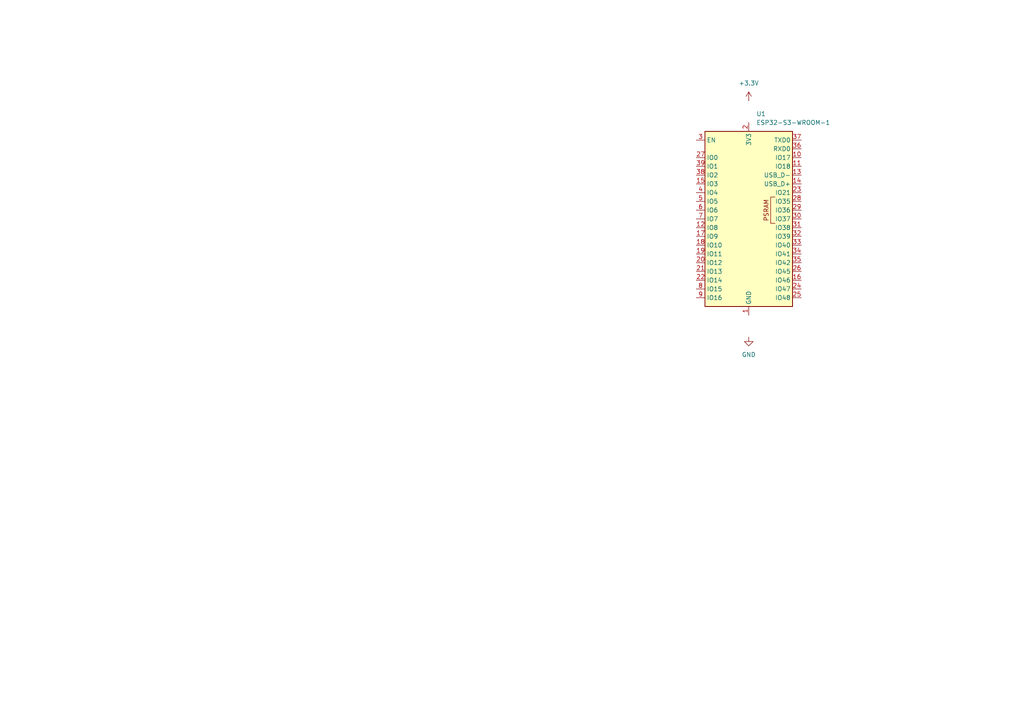
<source format=kicad_sch>
(kicad_sch (version 20231120) (generator "eeschema") (generator_version "8.0")
  (paper "A4")
  (lib_symbols
    (symbol "RF_Module:ESP32-S3-WROOM-1"
      (property "Reference" "U" (at -12.7 26.67 0))
      (property "Value" "ESP32-S3-WROOM-1" (at 12.7 26.67 0))
      (symbol "ESP32-S3-WROOM-1_0_0"
        (rectangle (start -12.7 25.4) (end 12.7 -25.4) (stroke (width 0.254)) (fill (type background)))
        (text "PSRAM" (at 5.08 2.54 900) (effects (font (size 1.27 1.27))))
      )
      (symbol "ESP32-S3-WROOM-1_0_1"
        (polyline (pts (xy 7.62 -1.27) (xy 6.35 -1.27) (xy 6.35 6.35) (xy 7.62 6.35)))
      )
      (symbol "ESP32-S3-WROOM-1_1_1"
        (pin power_in line (at 0 -27.94 90) (length 2.54) (name "GND") (number "1"))
        (pin bidirectional line (at 15.24 17.78 180) (length 2.54) (name "IO17") (number "10"))
        (pin bidirectional line (at 15.24 15.24 180) (length 2.54) (name "IO18") (number "11"))
        (pin bidirectional line (at -15.24 -2.54 0) (length 2.54) (name "IO8") (number "12"))
        (pin bidirectional line (at 15.24 12.7 180) (length 2.54) (name "USB_D-") (number "13"))
        (pin bidirectional line (at 15.24 10.16 180) (length 2.54) (name "USB_D+") (number "14"))
        (pin bidirectional line (at -15.24 10.16 0) (length 2.54) (name "IO3") (number "15"))
        (pin bidirectional line (at 15.24 -17.78 180) (length 2.54) (name "IO46") (number "16"))
        (pin bidirectional line (at -15.24 -5.08 0) (length 2.54) (name "IO9") (number "17"))
        (pin bidirectional line (at -15.24 -7.62 0) (length 2.54) (name "IO10") (number "18"))
        (pin bidirectional line (at -15.24 -10.16 0) (length 2.54) (name "IO11") (number "19"))
        (pin power_in line (at 0 27.94 270) (length 2.54) (name "3V3") (number "2"))
        (pin bidirectional line (at -15.24 -12.7 0) (length 2.54) (name "IO12") (number "20"))
        (pin bidirectional line (at -15.24 -15.24 0) (length 2.54) (name "IO13") (number "21"))
        (pin bidirectional line (at -15.24 -17.78 0) (length 2.54) (name "IO14") (number "22"))
        (pin bidirectional line (at 15.24 7.62 180) (length 2.54) (name "IO21") (number "23"))
        (pin bidirectional line (at 15.24 -20.32 180) (length 2.54) (name "IO47") (number "24"))
        (pin bidirectional line (at 15.24 -22.86 180) (length 2.54) (name "IO48") (number "25"))
        (pin bidirectional line (at 15.24 -15.24 180) (length 2.54) (name "IO45") (number "26"))
        (pin bidirectional line (at -15.24 17.78 0) (length 2.54) (name "IO0") (number "27"))
        (pin bidirectional line (at 15.24 5.08 180) (length 2.54) (name "IO35") (number "28"))
        (pin bidirectional line (at 15.24 2.54 180) (length 2.54) (name "IO36") (number "29"))
        (pin input line (at -15.24 22.86 0) (length 2.54) (name "EN") (number "3"))
        (pin bidirectional line (at 15.24 0 180) (length 2.54) (name "IO37") (number "30"))
        (pin bidirectional line (at 15.24 -2.54 180) (length 2.54) (name "IO38") (number "31"))
        (pin bidirectional line (at 15.24 -5.08 180) (length 2.54) (name "IO39") (number "32"))
        (pin bidirectional line (at 15.24 -7.62 180) (length 2.54) (name "IO40") (number "33"))
        (pin bidirectional line (at 15.24 -10.16 180) (length 2.54) (name "IO41") (number "34"))
        (pin bidirectional line (at 15.24 -12.7 180) (length 2.54) (name "IO42") (number "35"))
        (pin bidirectional line (at 15.24 20.32 180) (length 2.54) (name "RXD0") (number "36"))
        (pin bidirectional line (at 15.24 22.86 180) (length 2.54) (name "TXD0") (number "37"))
        (pin bidirectional line (at -15.24 12.7 0) (length 2.54) (name "IO2") (number "38"))
        (pin bidirectional line (at -15.24 15.24 0) (length 2.54) (name "IO1") (number "39"))
        (pin bidirectional line (at -15.24 7.62 0) (length 2.54) (name "IO4") (number "4"))
        (pin passive line (at 0 -27.94 90) (length 2.54) hide (name "GND") (number "40"))
        (pin passive line (at 0 -27.94 90) (length 2.54) hide (name "GND") (number "41"))
        (pin bidirectional line (at -15.24 5.08 0) (length 2.54) (name "IO5") (number "5"))
        (pin bidirectional line (at -15.24 2.54 0) (length 2.54) (name "IO6") (number "6"))
        (pin bidirectional line (at -15.24 0 0) (length 2.54) (name "IO7") (number "7"))
        (pin bidirectional line (at -15.24 -20.32 0) (length 2.54) (name "IO15") (number "8"))
        (pin bidirectional line (at -15.24 -22.86 0) (length 2.54) (name "IO16") (number "9"))
      )
    )
    (symbol "power:+3.3V" (power) (pin_numbers hide) (pin_names (offset 0) hide)
      (property "Value" "+3.3V" (at 0 3.556 0))
      (symbol "+3.3V_0_1"
        (polyline (pts (xy -0.762 1.27) (xy 0 2.54)))
        (polyline (pts (xy 0 0) (xy 0 2.54)))
        (polyline (pts (xy 0 2.54) (xy 0.762 1.27)))
      )
      (symbol "+3.3V_1_1"
        (pin power_in line (at 0 0 90) (length 0) (name "~") (number "1"))
      )
    )
    (symbol "power:GND" (power) (pin_numbers hide) (pin_names (offset 0) hide)
      (property "Value" "GND" (at 0 -3.81 0))
      (symbol "GND_0_1"
        (polyline (pts (xy 0 0) (xy 0 -1.27) (xy 1.27 -1.27) (xy 0 -2.54) (xy -1.27 -1.27) (xy 0 -1.27)))
      )
      (symbol "GND_1_1"
        (pin power_in line (at 0 0 270) (length 0) (name "~") (number "1"))
      )
    )
  )
  (symbol (lib_id "power:+3.3V") (at 217.17 29.21 0) (unit 1)
    (property "Reference" "#PWR01" (effects (hide yes)))
    (property "Value" "+3.3V" (at 217.17 24.13 0))
    (property "Description" "Power symbol creates a global label with name \"+3.3V\"" (effects (hide yes)))
  )
  (symbol (lib_id "RF_Module:ESP32-S3-WROOM-1") (at 217.17 63.5 0) (unit 1)
    (property "Reference" "U1" (at 219.3641 33.02 0) (effects (justify left)))
    (property "Value" "ESP32-S3-WROOM-1" (at 219.3641 35.56 0) (effects (justify left)))
    (property "Footprint" "RF_Module:ESP32-S3-WROOM-1" (effects (hide yes)))
    (property "Datasheet" "https://www.espressif.com/sites/default/files/documentation/esp32-s3-wroom-1_wroom-1u_datasheet_en.pdf" (effects (hide yes)))
    (property "Description" "RF Module, ESP32-S3 SoC, Wi-Fi 802.11b/g/n, Bluetooth, BLE, 32-bit, 3.3V, onboard antenna, SMD" (effects (hide yes)))
  )
  (symbol (lib_id "power:GND") (at 217.17 97.79 0) (unit 1)
    (property "Reference" "#PWR02" (effects (hide yes)))
    (property "Value" "GND" (at 217.17 102.87 0))
    (property "Description" "Power symbol creates a global label with name \"GND\" , ground" (effects (hide yes)))
  )
)
</source>
